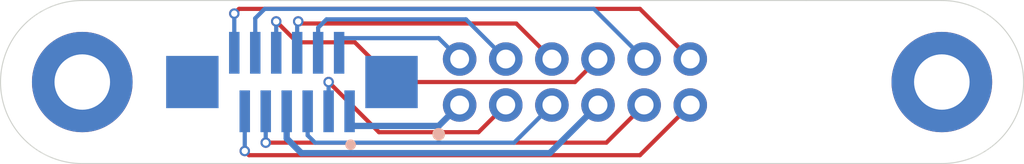
<source format=kicad_pcb>
(kicad_pcb (version 20240108) (generator "pcbnew") (generator_version "8.0")
  (layers (0 "F.Cu" signal) (31 "B.Cu" signal) (34 "B.Paste" user) (35 "F.Paste" user) (36 "B.SilkS" user "B.Silkscreen") (37 "F.SilkS" user "F.Silkscreen") (38 "B.Mask" user) (39 "F.Mask" user) (44 "Edge.Cuts" user))
  (net 0 "")
  (net 1 "GND")
  (net 2 "row0-conn1")
  (net 3 "row1-conn1")
  (net 4 "col0-conn1")
  (net 5 "row2-conn1")
  (net 6 "col3-conn1")
  (net 7 "col4-conn1")
  (net 8 "col2-conn1")
  (net 9 "free-conn1")
  (net 10 "col1-conn1")
  (net 11 "row3-conn1")
  (net 12 "BAT-conn1")
  (footprint "zzkeeb:Connector_Magnetic-12pin" (layer "B.Cu") (at 297.42 101.89 90)
    (property "Reference" "J10" (hide yes))
    (property "Value" "Conn_01x12_Socket" (hide yes))
    (fp_circle (center -2.5 -6.5) (end -2.25 -6.5) (stroke (width 0.1)) (fill solid) (layer "B.SilkS"))
    (fp_circle (center -2.5 -6.5) (end -2.25 -6.5) (stroke (width 0.1)) (fill solid) (layer "F.SilkS"))
    (pad "1" thru_hole circle (at -1.1 -5.5 270) (size 1.6 1.6) (drill 0.9) (layers "*.Cu" "*.Mask") (net 12 "BAT-conn1"))
    (pad "2" thru_hole circle (at 1.1 -5.5 270) (size 1.6 1.6) (drill 0.9) (layers "*.Cu" "*.Mask") (net 7 "col4-conn1"))
    (pad "3" thru_hole circle (at -1.1 -3.3 270) (size 1.6 1.6) (drill 0.9) (layers "*.Cu" "*.Mask") (net 6 "col3-conn1"))
    (pad "4" thru_hole circle (at 1.1 -3.3 270) (size 1.6 1.6) (drill 0.9) (layers "*.Cu" "*.Mask") (net 8 "col2-conn1"))
    (pad "5" thru_hole circle (at -1.1 -1.1 270) (size 1.6 1.6) (drill 0.9) (layers "*.Cu" "*.Mask") (net 10 "col1-conn1"))
    (pad "6" thru_hole circle (at 1.1 -1.1 270) (size 1.6 1.6) (drill 0.9) (layers "*.Cu" "*.Mask") (net 4 "col0-conn1"))
    (pad "7" thru_hole circle (at -1.1 1.1 270) (size 1.6 1.6) (drill 0.9) (layers "*.Cu" "*.Mask") (net 1 "GND"))
    (pad "8" thru_hole circle (at 1.1 1.1 270) (size 1.6 1.6) (drill 0.9) (layers "*.Cu" "*.Mask") (net 11 "row3-conn1"))
    (pad "9" thru_hole circle (at -1.1 3.3 270) (size 1.6 1.6) (drill 0.9) (layers "*.Cu" "*.Mask") (net 5 "row2-conn1"))
    (pad "10" thru_hole circle (at 1.1 3.3 270) (size 1.6 1.6) (drill 0.9) (layers "*.Cu" "*.Mask") (net 3 "row1-conn1"))
    (pad "11" thru_hole circle (at -1.1 5.5 270) (size 1.6 1.6) (drill 0.9) (layers "*.Cu" "*.Mask") (net 2 "row0-conn1"))
    (pad "12" thru_hole circle (at 1.1 5.5 270) (size 1.6 1.6) (drill 0.9) (layers "*.Cu" "*.Mask") (net 9 "free-conn1"))
  )
  (footprint "zzkeeb:Hole_M2-solder-nut-2.5" (layer "B.Cu") (at 314.92 101.89 90)
    (property "Reference" "H1" (hide yes))
    (property "Value" "MountingHole" (hide yes))
    (pad "" thru_hole circle (at 0 0 90) (size 4.8 4.8) (drill 2.65) (layers "*.Cu" "B.Mask"))
  )
  (footprint "zzkeeb:Connector_FFC-12pin-0.5mm-vertical" (layer "B.Cu") (at 283.92 101.89 180)
    (property "Reference" "J8" (hide yes))
    (property "Value" "C262499" (hide yes))
    (fp_circle (center -2.8 -3) (end -2.8 -2.873) (stroke (width 0.254)) (fill solid) (layer "B.SilkS"))
    (pad "" smd rect (at -4.75 0 90) (size 2.5 2.5) (layers "B.Cu" "B.Paste" "B.Mask"))
    (pad "" smd rect (at 4.75 0 90) (size 2.5 2.5) (layers "B.Cu" "B.Paste" "B.Mask"))
    (pad "1" smd custom (at -2.75 -1.9 270) (size 1 0.5) (layers "B.Cu" "B.Paste" "B.Mask") (net 12 "BAT-conn1") (options (clearance outline) (anchor rect)) (primitives (gr_poly (pts (xy -1.5 -0.25) (xy -0.5 -0.25) (xy -0.5 0.25) (xy -1.5 0.25)) (width 0) (fill yes))))
    (pad "2" smd custom (at -2.25 1.9 90) (size 1 0.5) (layers "B.Cu" "B.Paste" "B.Mask") (net 7 "col4-conn1") (options (clearance outline) (anchor rect)) (primitives (gr_poly (pts (xy -1.5 -0.25) (xy -0.5 -0.25) (xy -0.5 0.25) (xy -1.5 0.25)) (width 0) (fill yes))))
    (pad "3" smd custom (at -1.75 -1.9 270) (size 1 0.5) (layers "B.Cu" "B.Paste" "B.Mask") (net 6 "col3-conn1") (options (clearance outline) (anchor rect)) (primitives (gr_poly (pts (xy -1.5 -0.25) (xy -0.5 -0.25) (xy -0.5 0.25) (xy -1.5 0.25)) (width 0) (fill yes))))
    (pad "4" smd custom (at -1.25 1.9 90) (size 1 0.5) (layers "B.Cu" "B.Paste" "B.Mask") (net 8 "col2-conn1") (options (clearance outline) (anchor rect)) (primitives (gr_poly (pts (xy -1.5 -0.25) (xy -0.5 -0.25) (xy -0.5 0.25) (xy -1.5 0.25)) (width 0) (fill yes))))
    (pad "5" smd custom (at -0.75 -1.9 270) (size 1 0.5) (layers "B.Cu" "B.Paste" "B.Mask") (net 10 "col1-conn1") (options (clearance outline) (anchor rect)) (primitives (gr_poly (pts (xy -1.5 -0.25) (xy -0.5 -0.25) (xy -0.5 0.25) (xy -1.5 0.25)) (width 0) (fill yes))))
    (pad "6" smd custom (at -0.25 1.9 90) (size 1 0.5) (layers "B.Cu" "B.Paste" "B.Mask") (net 4 "col0-conn1") (options (clearance outline) (anchor rect)) (primitives (gr_poly (pts (xy -1.5 -0.25) (xy -0.5 -0.25) (xy -0.5 0.25) (xy -1.5 0.25)) (width 0) (fill yes))))
    (pad "7" smd rect (at 0.25 -1.4 180) (size 0.5 2) (layers "B.Cu" "B.Paste" "B.Mask") (net 1 "GND"))
    (pad "8" smd custom (at 0.75 1.9 90) (size 1 0.5) (layers "B.Cu" "B.Paste" "B.Mask") (net 11 "row3-conn1") (options (clearance outline) (anchor rect)) (primitives (gr_poly (pts (xy -1.5 -0.25) (xy -0.5 -0.25) (xy -0.5 0.25) (xy -1.5 0.25)) (width 0) (fill yes))))
    (pad "9" smd custom (at 1.25 -1.9 270) (size 1 0.5) (layers "B.Cu" "B.Paste" "B.Mask") (net 5 "row2-conn1") (options (clearance outline) (anchor rect)) (primitives (gr_poly (pts (xy -1.5 -0.25) (xy -0.5 -0.25) (xy -0.5 0.25) (xy -1.5 0.25)) (width 0) (fill yes))))
    (pad "10" smd custom (at 1.75 1.9 90) (size 1 0.5) (layers "B.Cu" "B.Paste" "B.Mask") (net 3 "row1-conn1") (options (clearance outline) (anchor rect)) (primitives (gr_poly (pts (xy -1.5 -0.25) (xy -0.5 -0.25) (xy -0.5 0.25) (xy -1.5 0.25)) (width 0) (fill yes))))
    (pad "11" smd custom (at 2.25 -1.9 270) (size 1 0.5) (layers "B.Cu" "B.Paste" "B.Mask") (net 2 "row0-conn1") (options (clearance outline) (anchor rect)) (primitives (gr_poly (pts (xy -1.5 -0.25) (xy -0.5 -0.25) (xy -0.5 0.25) (xy -1.5 0.25)) (width 0) (fill yes))))
    (pad "12" smd custom (at 2.75 1.9 90) (size 1 0.5) (layers "B.Cu" "B.Paste" "B.Mask") (net 9 "free-conn1") (options (clearance outline) (anchor rect)) (primitives (gr_poly (pts (xy -1.5 -0.25) (xy -0.5 -0.25) (xy -0.5 0.25) (xy -1.5 0.25)) (width 0) (fill yes))))
  )
  (footprint "zzkeeb:Hole_M2-solder-nut-2.5" (layer "B.Cu") (at 273.92 101.89 90)
    (property "Reference" "H2" (hide yes))
    (property "Value" "MountingHole" (hide yes))
    (pad "" thru_hole circle (at 0 0 90) (size 4.8 4.8) (drill 2.65) (layers "*.Cu" "B.Mask"))
  )
  (gr_line (start 284.42 97.99) (end 273.92 97.99) (stroke (width 0.05)) (layer "Edge.Cuts"))
  (gr_line (start 308.42 97.99) (end 314.92 97.99) (stroke (width 0.05)) (layer "Edge.Cuts"))
  (gr_line (start 314.92 105.79) (end 273.92 105.79) (stroke (width 0.05)) (layer "Edge.Cuts"))
  (gr_arc (start 273.92 105.79) (mid 270.02 101.89) (end 273.92 97.99) (stroke (width 0.05)) (layer "Edge.Cuts"))
  (gr_line (start 284.42 97.99) (end 308.42 97.99) (stroke (width 0.05)) (layer "Edge.Cuts"))
  (gr_arc (start 314.92 97.99) (mid 318.82 101.89) (end 314.92 105.79) (stroke (width 0.05)) (layer "Edge.Cuts"))
  (segment (start 296.22 105.29) (end 298.52 102.99) (width 0.3) (layer "B.Cu") (net 1))
  (segment (start 284.37 105.29) (end 296.22 105.29) (width 0.3) (layer "B.Cu") (net 1))
  (segment (start 283.67 103.29) (end 283.67 104.59) (width 0.3) (layer "B.Cu") (net 1))
  (segment (start 283.67 104.59) (end 284.37 105.29) (width 0.3) (layer "B.Cu") (net 1))
  (segment (start 300.52 105.39) (end 302.92 102.99) (width 0.2) (layer "F.Cu") (net 2))
  (segment (start 281.87 105.39) (end 300.52 105.39) (width 0.2) (layer "F.Cu") (net 2))
  (segment (start 281.67 105.19) (end 281.87 105.39) (width 0.2) (layer "F.Cu") (net 2))
  (via (at 281.67 105.19) (size 0.5) (drill 0.3) (layers "F.Cu" "B.Cu") (net 2))
  (segment (start 281.62 105.19) (end 281.67 105.19) (width 0.2) (layer "B.Cu") (net 2))
  (segment (start 281.67 105.19) (end 281.67 103.79) (width 0.2) (layer "B.Cu") (net 2))
  (segment (start 282.62 98.39) (end 298.32 98.39) (width 0.2) (layer "B.Cu") (net 3))
  (segment (start 298.32 98.39) (end 300.72 100.79) (width 0.2) (layer "B.Cu") (net 3))
  (segment (start 282.17 98.84) (end 282.62 98.39) (width 0.2) (layer "B.Cu") (net 3))
  (segment (start 282.17 99.99) (end 282.17 98.84) (width 0.2) (layer "B.Cu") (net 3))
  (segment (start 284.32 99.09) (end 294.62 99.09) (width 0.2) (layer "F.Cu") (net 4))
  (segment (start 294.62 99.09) (end 296.32 100.79) (width 0.2) (layer "F.Cu") (net 4))
  (segment (start 284.22 98.99) (end 284.32 99.09) (width 0.2) (layer "F.Cu") (net 4))
  (via (at 284.22 98.99) (size 0.5) (drill 0.3) (layers "F.Cu" "B.Cu") (net 4))
  (segment (start 284.17 99.04) (end 284.17 99.99) (width 0.2) (layer "B.Cu") (net 4))
  (segment (start 284.22 98.99) (end 284.17 99.04) (width 0.2) (layer "B.Cu") (net 4))
  (segment (start 282.67 104.79) (end 298.92 104.79) (width 0.2) (layer "F.Cu") (net 5))
  (segment (start 298.92 104.79) (end 300.72 102.99) (width 0.2) (layer "F.Cu") (net 5))
  (via (at 282.67 104.79) (size 0.5) (drill 0.3) (layers "F.Cu" "B.Cu") (net 5))
  (segment (start 282.67 104.79) (end 282.67 103.79) (width 0.2) (layer "B.Cu") (net 5))
  (segment (start 292.82 104.29) (end 294.12 102.99) (width 0.2) (layer "F.Cu") (net 6))
  (segment (start 285.67 101.89) (end 288.07 104.29) (width 0.2) (layer "F.Cu") (net 6))
  (segment (start 288.07 104.29) (end 292.82 104.29) (width 0.2) (layer "F.Cu") (net 6))
  (via (at 285.67 101.89) (size 0.5) (drill 0.3) (layers "F.Cu" "B.Cu") (net 6))
  (segment (start 285.67 101.89) (end 285.67 103.79) (width 0.2) (layer "B.Cu") (net 6))
  (segment (start 286.37 99.79) (end 290.92 99.79) (width 0.2) (layer "B.Cu") (net 7))
  (segment (start 290.92 99.79) (end 291.92 100.79) (width 0.2) (layer "B.Cu") (net 7))
  (segment (start 286.17 99.99) (end 286.37 99.79) (width 0.2) (layer "B.Cu") (net 7))
  (segment (start 285.17 99.29) (end 285.57 98.89) (width 0.2) (layer "B.Cu") (net 8))
  (segment (start 285.17 99.99) (end 285.17 99.29) (width 0.2) (layer "B.Cu") (net 8))
  (segment (start 285.57 98.89) (end 292.22 98.89) (width 0.2) (layer "B.Cu") (net 8))
  (segment (start 292.22 98.89) (end 294.12 100.79) (width 0.2) (layer "B.Cu") (net 8))
  (segment (start 281.395 98.39) (end 300.52 98.39) (width 0.2) (layer "F.Cu") (net 9))
  (segment (start 281.17 98.615) (end 281.395 98.39) (width 0.2) (layer "F.Cu") (net 9))
  (segment (start 300.52 98.39) (end 302.92 100.79) (width 0.2) (layer "F.Cu") (net 9))
  (via (at 281.17 98.615) (size 0.5) (drill 0.3) (layers "F.Cu" "B.Cu") (net 9))
  (segment (start 281.17 98.615) (end 281.17 99.99) (width 0.2) (layer "B.Cu") (net 9))
  (segment (start 284.67 104.44) (end 285.02 104.79) (width 0.2) (layer "B.Cu") (net 10))
  (segment (start 285.02 104.79) (end 294.52 104.79) (width 0.2) (layer "B.Cu") (net 10))
  (segment (start 284.67 103.79) (end 284.67 104.44) (width 0.2) (layer "B.Cu") (net 10))
  (segment (start 294.52 104.79) (end 296.32 102.99) (width 0.2) (layer "B.Cu") (net 10))
  (segment (start 288.82 101.89) (end 297.42 101.89) (width 0.2) (layer "F.Cu") (net 11))
  (segment (start 297.42 101.89) (end 298.52 100.79) (width 0.2) (layer "F.Cu") (net 11))
  (segment (start 284.17 99.99) (end 286.92 99.99) (width 0.2) (layer "F.Cu") (net 11))
  (segment (start 283.17 98.99) (end 284.17 99.99) (width 0.2) (layer "F.Cu") (net 11))
  (segment (start 286.92 99.99) (end 288.82 101.89) (width 0.2) (layer "F.Cu") (net 11))
  (via (at 283.17 98.99) (size 0.5) (drill 0.3) (layers "F.Cu" "B.Cu") (net 11))
  (segment (start 283.17 98.99) (end 283.17 99.99) (width 0.2) (layer "B.Cu") (net 11))
  (segment (start 290.92 103.99) (end 291.92 102.99) (width 0.3) (layer "B.Cu") (net 12))
  (segment (start 286.67 103.79) (end 286.87 103.99) (width 0.3) (layer "B.Cu") (net 12))
  (segment (start 286.87 103.99) (end 290.92 103.99) (width 0.3) (layer "B.Cu") (net 12))
)
</source>
